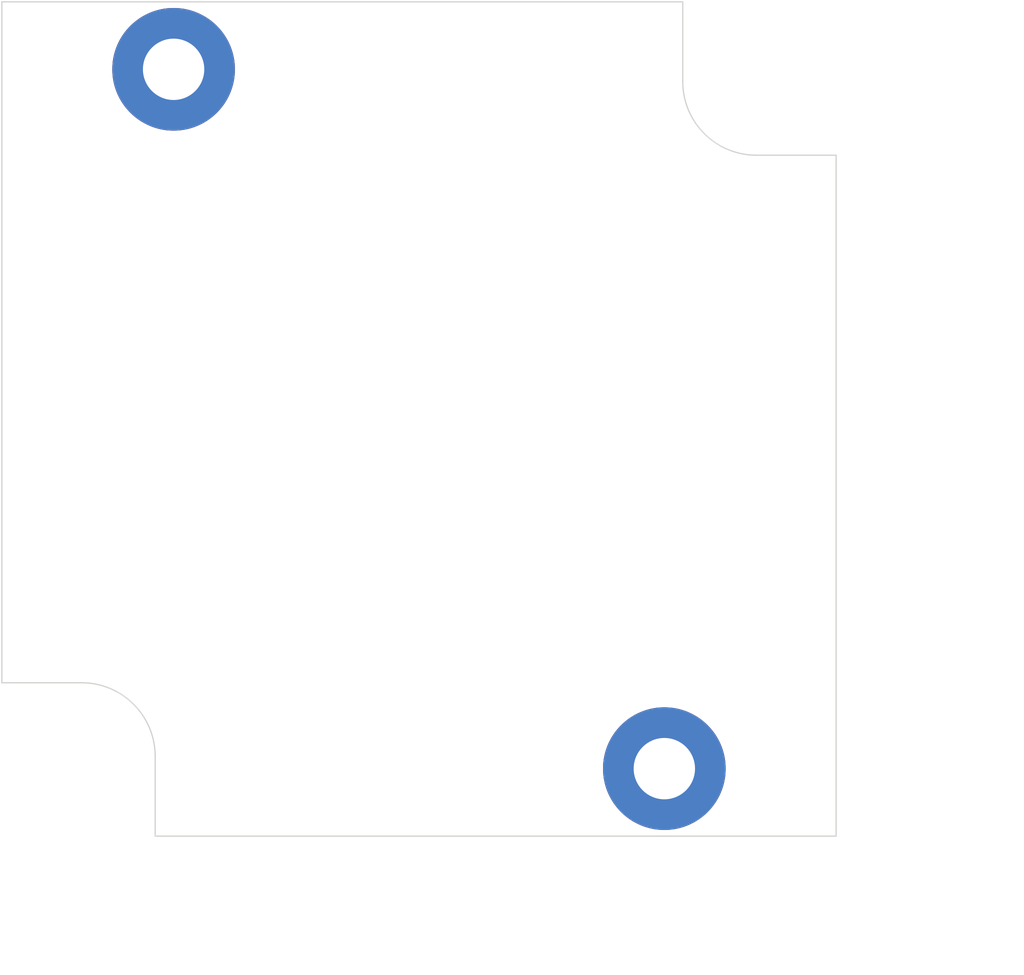
<source format=kicad_pcb>
(kicad_pcb (version 20171130) (host pcbnew "(5.1.4)-1")

  (general
    (thickness 1.6)
    (drawings 12)
    (tracks 0)
    (zones 0)
    (modules 2)
    (nets 1)
  )

  (page A4)
  (layers
    (0 F.Cu signal)
    (31 B.Cu signal)
    (32 B.Adhes user)
    (33 F.Adhes user)
    (34 B.Paste user)
    (35 F.Paste user)
    (36 B.SilkS user)
    (37 F.SilkS user)
    (38 B.Mask user)
    (39 F.Mask user)
    (40 Dwgs.User user)
    (41 Cmts.User user)
    (42 Eco1.User user)
    (43 Eco2.User user)
    (44 Edge.Cuts user)
    (45 Margin user)
    (46 B.CrtYd user)
    (47 F.CrtYd user)
    (48 B.Fab user)
    (49 F.Fab user)
  )

  (setup
    (last_trace_width 0.25)
    (trace_clearance 0.2)
    (zone_clearance 0.508)
    (zone_45_only no)
    (trace_min 0.2)
    (via_size 0.8)
    (via_drill 0.4)
    (via_min_size 0.4)
    (via_min_drill 0.3)
    (uvia_size 0.3)
    (uvia_drill 0.1)
    (uvias_allowed no)
    (uvia_min_size 0.2)
    (uvia_min_drill 0.1)
    (edge_width 0.05)
    (segment_width 0.2)
    (pcb_text_width 0.3)
    (pcb_text_size 1.5 1.5)
    (mod_edge_width 0.12)
    (mod_text_size 1 1)
    (mod_text_width 0.15)
    (pad_size 5 5)
    (pad_drill 2.5)
    (pad_to_mask_clearance 0.051)
    (solder_mask_min_width 0.25)
    (aux_axis_origin 15 49)
    (visible_elements 7FFFFFFF)
    (pcbplotparams
      (layerselection 0x010fc_ffffffff)
      (usegerberextensions false)
      (usegerberattributes false)
      (usegerberadvancedattributes false)
      (creategerberjobfile false)
      (excludeedgelayer true)
      (linewidth 0.100000)
      (plotframeref false)
      (viasonmask false)
      (mode 1)
      (useauxorigin false)
      (hpglpennumber 1)
      (hpglpenspeed 20)
      (hpglpendiameter 15.000000)
      (psnegative false)
      (psa4output false)
      (plotreference true)
      (plotvalue true)
      (plotinvisibletext false)
      (padsonsilk false)
      (subtractmaskfromsilk false)
      (outputformat 1)
      (mirror false)
      (drillshape 1)
      (scaleselection 1)
      (outputdirectory ""))
  )

  (net 0 "")

  (net_class Default "This is the default net class."
    (clearance 0.2)
    (trace_width 0.25)
    (via_dia 0.8)
    (via_drill 0.4)
    (uvia_dia 0.3)
    (uvia_drill 0.1)
  )

  (module MountingHole:MountingHole_2.5mm_Pad (layer F.Cu) (tedit 5D742AD9) (tstamp 5D72D0B8)
    (at 42 46.25)
    (descr "Mounting Hole 2.5mm")
    (tags "mounting hole 2.5mm")
    (attr virtual)
    (fp_text reference ~ (at 0 -3.5) (layer F.SilkS) hide
      (effects (font (size 1 1) (thickness 0.15)))
    )
    (fp_text value ~ (at 0 3.5) (layer F.Fab) hide
      (effects (font (size 1 1) (thickness 0.15)))
    )
    (fp_text user %R (at 0.3 0) (layer F.Fab)
      (effects (font (size 1 1) (thickness 0.15)))
    )
    (fp_circle (center 0 0) (end 2.5 0) (layer Cmts.User) (width 0.15))
    (fp_circle (center 0 0) (end 2.75 0) (layer F.CrtYd) (width 0.05))
    (pad ~ thru_hole circle (at 0 0) (size 5 5) (drill 2.5) (layers *.Cu *.Mask))
  )

  (module MountingHole:MountingHole_2.5mm_Pad (layer F.Cu) (tedit 5D742AD3) (tstamp 5D72D056)
    (at 22 17.75)
    (descr "Mounting Hole 2.5mm")
    (tags "mounting hole 2.5mm")
    (attr virtual)
    (fp_text reference ~ (at 0 -3.5) (layer F.SilkS) hide
      (effects (font (size 1 1) (thickness 0.15)))
    )
    (fp_text value ~ (at 0 3.5) (layer F.Fab) hide
      (effects (font (size 1 1) (thickness 0.15)))
    )
    (fp_circle (center 0 0) (end 2.75 0) (layer F.CrtYd) (width 0.05))
    (fp_circle (center 0 0) (end 2.5 0) (layer Cmts.User) (width 0.15))
    (fp_text user %R (at 0.3 0) (layer F.Fab)
      (effects (font (size 1 1) (thickness 0.15)))
    )
    (pad ~ thru_hole circle (at 0 0) (size 5 5) (drill 2.5) (layers *.Cu *.Mask))
  )

  (dimension 34 (width 0.15) (layer Dwgs.User)
    (gr_text "34,000 mm" (at 55.3 32 90) (layer Dwgs.User)
      (effects (font (size 1 1) (thickness 0.15)))
    )
    (feature1 (pts (xy 49 15) (xy 54.586421 15)))
    (feature2 (pts (xy 49 49) (xy 54.586421 49)))
    (crossbar (pts (xy 54 49) (xy 54 15)))
    (arrow1a (pts (xy 54 15) (xy 54.586421 16.126504)))
    (arrow1b (pts (xy 54 15) (xy 53.413579 16.126504)))
    (arrow2a (pts (xy 54 49) (xy 54.586421 47.873496)))
    (arrow2b (pts (xy 54 49) (xy 53.413579 47.873496)))
  )
  (dimension 34 (width 0.15) (layer Dwgs.User)
    (gr_text "34,000 mm" (at 32 55.3) (layer Dwgs.User)
      (effects (font (size 1 1) (thickness 0.15)))
    )
    (feature1 (pts (xy 49 49) (xy 49 54.586421)))
    (feature2 (pts (xy 15 49) (xy 15 54.586421)))
    (crossbar (pts (xy 15 54) (xy 49 54)))
    (arrow1a (pts (xy 49 54) (xy 47.873496 54.586421)))
    (arrow1b (pts (xy 49 54) (xy 47.873496 53.413579)))
    (arrow2a (pts (xy 15 54) (xy 16.126504 54.586421)))
    (arrow2b (pts (xy 15 54) (xy 16.126504 53.413579)))
  )
  (gr_arc (start 18.25 45.75) (end 21.25 45.75) (angle -90) (layer Edge.Cuts) (width 0.05) (tstamp 5D72E436))
  (gr_arc (start 45.75 18.25) (end 42.75 18.25) (angle -90) (layer Edge.Cuts) (width 0.05))
  (gr_line (start 42.75 18.25) (end 42.75 15) (layer Edge.Cuts) (width 0.05))
  (gr_line (start 49 21.25) (end 45.75 21.25) (layer Edge.Cuts) (width 0.05))
  (gr_line (start 18.25 42.75) (end 15 42.75) (layer Edge.Cuts) (width 0.05))
  (gr_line (start 21.25 49) (end 21.25 45.75) (layer Edge.Cuts) (width 0.05))
  (gr_line (start 15 42.75) (end 15 15) (layer Edge.Cuts) (width 0.05) (tstamp 5D72E3D0))
  (gr_line (start 49 49) (end 21.25 49) (layer Edge.Cuts) (width 0.05))
  (gr_line (start 49 21.25) (end 49 49) (layer Edge.Cuts) (width 0.05))
  (gr_line (start 15 15) (end 42.75 15) (layer Edge.Cuts) (width 0.05))

)

</source>
